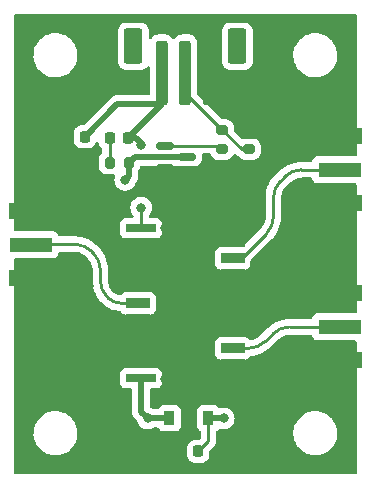
<source format=gbr>
%TF.GenerationSoftware,KiCad,Pcbnew,(6.0.0)*%
%TF.CreationDate,2022-01-16T13:33:15+00:00*%
%TF.ProjectId,Relay_RF,52656c61-795f-4524-962e-6b696361645f,rev?*%
%TF.SameCoordinates,Original*%
%TF.FileFunction,Copper,L1,Top*%
%TF.FilePolarity,Positive*%
%FSLAX46Y46*%
G04 Gerber Fmt 4.6, Leading zero omitted, Abs format (unit mm)*
G04 Created by KiCad (PCBNEW (6.0.0)) date 2022-01-16 13:33:15*
%MOMM*%
%LPD*%
G01*
G04 APERTURE LIST*
G04 Aperture macros list*
%AMRoundRect*
0 Rectangle with rounded corners*
0 $1 Rounding radius*
0 $2 $3 $4 $5 $6 $7 $8 $9 X,Y pos of 4 corners*
0 Add a 4 corners polygon primitive as box body*
4,1,4,$2,$3,$4,$5,$6,$7,$8,$9,$2,$3,0*
0 Add four circle primitives for the rounded corners*
1,1,$1+$1,$2,$3*
1,1,$1+$1,$4,$5*
1,1,$1+$1,$6,$7*
1,1,$1+$1,$8,$9*
0 Add four rect primitives between the rounded corners*
20,1,$1+$1,$2,$3,$4,$5,0*
20,1,$1+$1,$4,$5,$6,$7,0*
20,1,$1+$1,$6,$7,$8,$9,0*
20,1,$1+$1,$8,$9,$2,$3,0*%
G04 Aperture macros list end*
%TA.AperFunction,SMDPad,CuDef*%
%ADD10R,3.600000X1.270000*%
%TD*%
%TA.AperFunction,SMDPad,CuDef*%
%ADD11R,4.200000X1.350000*%
%TD*%
%TA.AperFunction,SMDPad,CuDef*%
%ADD12RoundRect,0.200000X0.200000X0.275000X-0.200000X0.275000X-0.200000X-0.275000X0.200000X-0.275000X0*%
%TD*%
%TA.AperFunction,SMDPad,CuDef*%
%ADD13R,2.500000X0.700000*%
%TD*%
%TA.AperFunction,SMDPad,CuDef*%
%ADD14R,2.000000X0.900000*%
%TD*%
%TA.AperFunction,SMDPad,CuDef*%
%ADD15R,2.000000X0.700000*%
%TD*%
%TA.AperFunction,SMDPad,CuDef*%
%ADD16RoundRect,0.200000X0.275000X-0.200000X0.275000X0.200000X-0.275000X0.200000X-0.275000X-0.200000X0*%
%TD*%
%TA.AperFunction,SMDPad,CuDef*%
%ADD17RoundRect,0.225000X0.225000X0.250000X-0.225000X0.250000X-0.225000X-0.250000X0.225000X-0.250000X0*%
%TD*%
%TA.AperFunction,SMDPad,CuDef*%
%ADD18RoundRect,0.200000X-0.275000X0.200000X-0.275000X-0.200000X0.275000X-0.200000X0.275000X0.200000X0*%
%TD*%
%TA.AperFunction,SMDPad,CuDef*%
%ADD19RoundRect,0.250000X-0.250000X-2.500000X0.250000X-2.500000X0.250000X2.500000X-0.250000X2.500000X0*%
%TD*%
%TA.AperFunction,SMDPad,CuDef*%
%ADD20RoundRect,0.250000X-0.550000X-1.250000X0.550000X-1.250000X0.550000X1.250000X-0.550000X1.250000X0*%
%TD*%
%TA.AperFunction,SMDPad,CuDef*%
%ADD21R,0.900000X1.200000*%
%TD*%
%TA.AperFunction,SMDPad,CuDef*%
%ADD22RoundRect,0.218750X-0.218750X-0.256250X0.218750X-0.256250X0.218750X0.256250X-0.218750X0.256250X0*%
%TD*%
%TA.AperFunction,SMDPad,CuDef*%
%ADD23RoundRect,0.150000X-0.587500X-0.150000X0.587500X-0.150000X0.587500X0.150000X-0.587500X0.150000X0*%
%TD*%
%TA.AperFunction,ViaPad*%
%ADD24C,0.800000*%
%TD*%
%TA.AperFunction,Conductor*%
%ADD25C,0.250000*%
%TD*%
%TA.AperFunction,Conductor*%
%ADD26C,0.293000*%
%TD*%
%TA.AperFunction,Conductor*%
%ADD27C,0.500000*%
%TD*%
G04 APERTURE END LIST*
D10*
%TO.P,J2,1,In*%
%TO.N,Net-(J2-Pad1)*%
X101950000Y-120050000D03*
D11*
%TO.P,J2,2,Ext*%
%TO.N,GND*%
X102150000Y-122875000D03*
X102150000Y-117225000D03*
%TD*%
D12*
%TO.P,R2,1*%
%TO.N,Net-(D1-Pad1)*%
X110225000Y-113100000D03*
%TO.P,R2,2*%
%TO.N,Net-(D2-Pad1)*%
X108575000Y-113100000D03*
%TD*%
D13*
%TO.P,K1,1*%
%TO.N,Net-(C1-Pad1)*%
X111250000Y-118650000D03*
D14*
%TO.P,K1,2,GND*%
%TO.N,GND*%
X111000000Y-119920000D03*
D15*
%TO.P,K1,5,GND*%
X111000000Y-123730000D03*
D14*
%TO.P,K1,6*%
%TO.N,Net-(J2-Pad1)*%
X111000000Y-125000000D03*
D15*
%TO.P,K1,7,GND*%
%TO.N,GND*%
X111000000Y-126270000D03*
D14*
%TO.P,K1,10,GND*%
X111000000Y-130080000D03*
D13*
%TO.P,K1,11*%
%TO.N,Net-(D1-Pad1)*%
X111250000Y-131350000D03*
%TO.P,K1,12,GND*%
%TO.N,GND*%
X118750000Y-131350000D03*
D15*
%TO.P,K1,13,GND*%
X119000000Y-130080000D03*
D14*
%TO.P,K1,14*%
%TO.N,Net-(J4-Pad1)*%
X119000000Y-128810000D03*
D15*
%TO.P,K1,15,GND*%
%TO.N,GND*%
X119000000Y-127540000D03*
D14*
%TO.P,K1,17,GND*%
X119000000Y-125000000D03*
D15*
%TO.P,K1,19,GND*%
X119000000Y-122460000D03*
D14*
%TO.P,K1,20*%
%TO.N,Net-(J3-Pad1)*%
X119000000Y-121190000D03*
D15*
%TO.P,K1,21,GND*%
%TO.N,GND*%
X119000000Y-119920000D03*
D13*
%TO.P,K1,22,GND*%
X118750000Y-118650000D03*
%TD*%
D16*
%TO.P,R1,1*%
%TO.N,Net-(J1-Pad2)*%
X120400000Y-111975000D03*
%TO.P,R1,2*%
%TO.N,GND*%
X120400000Y-110325000D03*
%TD*%
D17*
%TO.P,C2,1*%
%TO.N,Net-(C1-Pad1)*%
X116075000Y-137550000D03*
%TO.P,C2,2*%
%TO.N,GND*%
X114525000Y-137550000D03*
%TD*%
D18*
%TO.P,R3,1*%
%TO.N,Net-(J1-Pad2)*%
X118100000Y-110325000D03*
%TO.P,R3,2*%
%TO.N,Net-(Q1-Pad1)*%
X118100000Y-111975000D03*
%TD*%
D17*
%TO.P,C1,1*%
%TO.N,Net-(C1-Pad1)*%
X106500000Y-110900000D03*
%TO.P,C1,2*%
%TO.N,GND*%
X104950000Y-110900000D03*
%TD*%
D19*
%TO.P,J1,1,Pin_1*%
%TO.N,Net-(C1-Pad1)*%
X113000000Y-105500000D03*
%TO.P,J1,2,Pin_2*%
%TO.N,Net-(J1-Pad2)*%
X115000000Y-105500000D03*
%TO.P,J1,3,Pin_3*%
%TO.N,GND*%
X117000000Y-105500000D03*
D20*
%TO.P,J1,MP*%
%TO.N,N/C*%
X119400000Y-103250000D03*
X110600000Y-103250000D03*
%TD*%
D10*
%TO.P,J4,1,In*%
%TO.N,Net-(J4-Pad1)*%
X128050000Y-127000000D03*
D11*
%TO.P,J4,2,Ext*%
%TO.N,GND*%
X127850000Y-124175000D03*
X127850000Y-129825000D03*
%TD*%
D21*
%TO.P,D1,1,K*%
%TO.N,Net-(D1-Pad1)*%
X113650000Y-134750000D03*
%TO.P,D1,2,A*%
%TO.N,Net-(C1-Pad1)*%
X116950000Y-134750000D03*
%TD*%
D22*
%TO.P,D2,1,K*%
%TO.N,Net-(D2-Pad1)*%
X108575000Y-111000000D03*
%TO.P,D2,2,A*%
%TO.N,Net-(C1-Pad1)*%
X110150000Y-111000000D03*
%TD*%
D23*
%TO.P,Q1,1,B*%
%TO.N,Net-(Q1-Pad1)*%
X113262500Y-111650000D03*
%TO.P,Q1,2,E*%
%TO.N,GND*%
X113262500Y-113550000D03*
%TO.P,Q1,3,C*%
%TO.N,Net-(D1-Pad1)*%
X115137500Y-112600000D03*
%TD*%
D10*
%TO.P,J3,1,In*%
%TO.N,Net-(J3-Pad1)*%
X128050000Y-113700000D03*
D11*
%TO.P,J3,2,Ext*%
%TO.N,GND*%
X127850000Y-110875000D03*
X127850000Y-116525000D03*
%TD*%
D24*
%TO.N,GND*%
X123650000Y-117750000D03*
X127400000Y-109100000D03*
X119000000Y-126350000D03*
X101100000Y-124800000D03*
X116500000Y-118650000D03*
X124450000Y-112350000D03*
X120800000Y-122400000D03*
X124700000Y-125800000D03*
X116500000Y-120250000D03*
X104150000Y-124850000D03*
X113300000Y-128250000D03*
X113300000Y-131450000D03*
X116500000Y-123450000D03*
X107100000Y-119100000D03*
X116500000Y-129850000D03*
X128850000Y-131750000D03*
X116500000Y-125050000D03*
X104200000Y-115500000D03*
X106800000Y-123550000D03*
X128850000Y-122400000D03*
X127450000Y-131700000D03*
X123150000Y-113000000D03*
X106000000Y-121300000D03*
X113300000Y-123450000D03*
X116500000Y-121850000D03*
X113300000Y-129850000D03*
X108800000Y-120950000D03*
X122300000Y-129400000D03*
X122100000Y-113900000D03*
X123350000Y-119100000D03*
X104850000Y-118750000D03*
X114900000Y-123450000D03*
X104850000Y-117200000D03*
X114900000Y-121850000D03*
X123150000Y-128450000D03*
X113300000Y-125050000D03*
X127400000Y-118400000D03*
X116500000Y-126650000D03*
X114900000Y-118650000D03*
X121350000Y-115250000D03*
X125900000Y-122400000D03*
X116500000Y-131450000D03*
X114900000Y-120250000D03*
X113300000Y-121850000D03*
X114900000Y-125050000D03*
X102600000Y-124850000D03*
X122150000Y-126300000D03*
X124450000Y-110450000D03*
X114900000Y-131450000D03*
X107200000Y-124800000D03*
X102650000Y-115500000D03*
X124750000Y-124250000D03*
X128850000Y-109100000D03*
X124750000Y-129950000D03*
X109050000Y-122250000D03*
X121000000Y-127350000D03*
X125900000Y-131750000D03*
X128850000Y-118350000D03*
X123650000Y-116250000D03*
X106650000Y-122250000D03*
X125900000Y-109100000D03*
X108000000Y-125700000D03*
X123400000Y-125850000D03*
X113300000Y-126650000D03*
X127450000Y-122400000D03*
X109200000Y-126200000D03*
X108050000Y-119850000D03*
X114900000Y-129850000D03*
X124750000Y-128250000D03*
X101050000Y-115500000D03*
X118900000Y-107000000D03*
X113300000Y-120250000D03*
X121600000Y-121200000D03*
X114900000Y-126650000D03*
X121300000Y-116700000D03*
X113300000Y-118650000D03*
X120950000Y-130000000D03*
X116500000Y-128250000D03*
X109150000Y-123550000D03*
X119000000Y-123600000D03*
X104850000Y-121250000D03*
X114900000Y-128250000D03*
X122600000Y-120250000D03*
X121000000Y-118300000D03*
X106050000Y-118800000D03*
X124500000Y-115200000D03*
X104850000Y-122750000D03*
X125900000Y-118400000D03*
%TO.N,Net-(C1-Pad1)*%
X111250000Y-116900000D03*
X118250000Y-134750000D03*
X111250000Y-111600000D03*
%TO.N,Net-(D1-Pad1)*%
X111800000Y-134750000D03*
X109900000Y-114550000D03*
%TD*%
D25*
%TO.N,Net-(J1-Pad2)*%
X118100000Y-110325000D02*
X119750000Y-111975000D01*
X119750000Y-111975000D02*
X120400000Y-111975000D01*
X115000000Y-105500000D02*
X115000000Y-107225000D01*
X115000000Y-107225000D02*
X118100000Y-110325000D01*
D26*
%TO.N,Net-(J2-Pad1)*%
X107035787Y-120585787D02*
X107214214Y-120764214D01*
X107800000Y-122178427D02*
X107800000Y-123071573D01*
X102700000Y-120000000D02*
X105621573Y-120000000D01*
X108385787Y-124485787D02*
X108460660Y-124560660D01*
X109521320Y-125000000D02*
X111000000Y-125000000D01*
X107799999Y-122178427D02*
G75*
G03*
X107214213Y-120764215I-1999999J0D01*
G01*
X109521320Y-124999999D02*
G75*
G02*
X108460661Y-124560659I1J1500001D01*
G01*
X107800001Y-123071573D02*
G75*
G03*
X108385788Y-124485786I1999999J0D01*
G01*
X107035787Y-120585787D02*
G75*
G03*
X105621573Y-120000000I-1414214J-1414213D01*
G01*
%TO.N,Net-(J3-Pad1)*%
X123414213Y-114285787D02*
X123035786Y-114664214D01*
X119000000Y-121190000D02*
X119772022Y-121190000D01*
X122450000Y-117683595D02*
X122450000Y-116078427D01*
X119772022Y-121190000D02*
X121864214Y-119097808D01*
X127287500Y-113700000D02*
X124828427Y-113700000D01*
X121864214Y-119097808D02*
G75*
G03*
X122450000Y-117683595I-1414214J1414213D01*
G01*
X123414213Y-114285787D02*
G75*
G02*
X124828427Y-113700000I1414214J-1414213D01*
G01*
X122450001Y-116078427D02*
G75*
G02*
X123035787Y-114664215I1999999J0D01*
G01*
%TO.N,Net-(J4-Pad1)*%
X123828427Y-127000000D02*
X127287500Y-127000000D01*
X119000000Y-128810000D02*
X120361573Y-128810000D01*
X121775787Y-128224213D02*
X122414214Y-127585786D01*
X120361573Y-128809999D02*
G75*
G03*
X121775786Y-128224212I0J1999999D01*
G01*
X123828427Y-127000001D02*
G75*
G03*
X122414215Y-127585787I0J-1999999D01*
G01*
D25*
%TO.N,Net-(D2-Pad1)*%
X108575000Y-113100000D02*
X108575000Y-111000000D01*
%TO.N,Net-(Q1-Pad1)*%
X113262500Y-111650000D02*
X117775000Y-111650000D01*
X117775000Y-111650000D02*
X118100000Y-111975000D01*
D27*
%TO.N,Net-(C1-Pad1)*%
X109250000Y-108150000D02*
X113000000Y-108150000D01*
X106500000Y-110900000D02*
X109250000Y-108150000D01*
D25*
X111250000Y-118650000D02*
X111250000Y-116900000D01*
D27*
X110800000Y-111000000D02*
X111250000Y-111450000D01*
X111250000Y-111450000D02*
X111250000Y-111600000D01*
D25*
X116950000Y-136675000D02*
X116950000Y-134750000D01*
D27*
X116950000Y-134750000D02*
X118250000Y-134750000D01*
D25*
X116075000Y-137550000D02*
X116950000Y-136675000D01*
D27*
X110150000Y-111000000D02*
X113000000Y-108150000D01*
X113000000Y-108150000D02*
X113000000Y-105500000D01*
X110150000Y-111000000D02*
X110800000Y-111000000D01*
%TO.N,Net-(D1-Pad1)*%
X110725000Y-112600000D02*
X110225000Y-113100000D01*
X111800000Y-134750000D02*
X111250000Y-134200000D01*
X111250000Y-134200000D02*
X111250000Y-131350000D01*
X111800000Y-134750000D02*
X113650000Y-134750000D01*
D25*
X110225000Y-114075000D02*
X110225000Y-114225000D01*
D27*
X115137500Y-112600000D02*
X110725000Y-112600000D01*
X110225000Y-113100000D02*
X110225000Y-114075000D01*
X110225000Y-114225000D02*
X109900000Y-114550000D01*
%TD*%
%TA.AperFunction,Conductor*%
%TO.N,GND*%
G36*
X129434121Y-100528002D02*
G01*
X129480614Y-100581658D01*
X129492000Y-100634000D01*
X129492000Y-112430500D01*
X129471998Y-112498621D01*
X129418342Y-112545114D01*
X129366000Y-112556500D01*
X126201866Y-112556500D01*
X126139684Y-112563255D01*
X126003295Y-112614385D01*
X125886739Y-112701739D01*
X125799385Y-112818295D01*
X125748255Y-112954684D01*
X125747295Y-112954324D01*
X125715606Y-113009793D01*
X125652651Y-113042613D01*
X125628241Y-113045000D01*
X124883952Y-113045000D01*
X124866199Y-113043743D01*
X124846329Y-113040915D01*
X124846325Y-113040915D01*
X124842245Y-113040334D01*
X124835747Y-113040266D01*
X124832560Y-113040232D01*
X124832554Y-113040232D01*
X124828427Y-113040189D01*
X124824322Y-113040686D01*
X124824319Y-113040686D01*
X124822773Y-113040873D01*
X124814700Y-113041588D01*
X124753943Y-113045000D01*
X124530693Y-113057537D01*
X124527208Y-113058129D01*
X124527209Y-113058129D01*
X124240173Y-113106898D01*
X124240166Y-113106900D01*
X124236703Y-113107488D01*
X123950154Y-113190042D01*
X123946900Y-113191390D01*
X123946891Y-113191393D01*
X123677918Y-113302805D01*
X123677913Y-113302808D01*
X123674650Y-113304159D01*
X123413656Y-113448406D01*
X123170453Y-113620968D01*
X123011621Y-113762908D01*
X123010623Y-113761791D01*
X123009140Y-113763693D01*
X123009569Y-113764122D01*
X123006249Y-113767442D01*
X123006132Y-113767552D01*
X123006107Y-113767584D01*
X123003965Y-113769726D01*
X123003237Y-113770291D01*
X123001114Y-113772298D01*
X122973337Y-113797121D01*
X122965030Y-113803931D01*
X122957529Y-113809562D01*
X122954585Y-113812445D01*
X122951587Y-113815381D01*
X122947656Y-113819230D01*
X122945114Y-113822471D01*
X122945112Y-113822474D01*
X122927624Y-113844777D01*
X122917566Y-113856124D01*
X122611896Y-114161794D01*
X122598454Y-114173459D01*
X122582407Y-114185507D01*
X122582402Y-114185511D01*
X122579102Y-114187989D01*
X122569229Y-114197657D01*
X122566686Y-114200901D01*
X122566681Y-114200906D01*
X122565707Y-114202149D01*
X122560505Y-114208363D01*
X122370967Y-114420455D01*
X122198406Y-114663657D01*
X122196693Y-114666756D01*
X122196692Y-114666758D01*
X122104277Y-114833971D01*
X122054160Y-114924652D01*
X121940042Y-115200155D01*
X121857489Y-115486704D01*
X121807538Y-115780693D01*
X121795595Y-115993363D01*
X121794097Y-115993279D01*
X121794394Y-115995681D01*
X121795000Y-115995681D01*
X121795000Y-116000423D01*
X121794996Y-116000549D01*
X121795000Y-116000581D01*
X121795000Y-116003604D01*
X121794886Y-116004508D01*
X121794802Y-116007489D01*
X121792200Y-116053816D01*
X121791579Y-116060437D01*
X121791658Y-116060633D01*
X121790225Y-116071518D01*
X121790875Y-116077408D01*
X121790818Y-116078427D01*
X121790988Y-116078427D01*
X121794054Y-116106197D01*
X121794239Y-116107874D01*
X121795000Y-116121701D01*
X121795000Y-117632158D01*
X121793922Y-117648604D01*
X121791698Y-117665500D01*
X121790225Y-117676686D01*
X121791058Y-117684232D01*
X121791058Y-117684240D01*
X121792289Y-117695389D01*
X121792780Y-117717453D01*
X121784033Y-117850911D01*
X121781882Y-117867251D01*
X121750781Y-118023608D01*
X121746516Y-118039525D01*
X121720894Y-118115005D01*
X121695273Y-118190482D01*
X121688966Y-118205709D01*
X121618457Y-118348687D01*
X121610216Y-118362961D01*
X121521647Y-118495514D01*
X121511614Y-118508589D01*
X121428290Y-118603602D01*
X121410266Y-118620484D01*
X121402568Y-118626391D01*
X121397822Y-118632315D01*
X121397819Y-118632318D01*
X121379693Y-118654944D01*
X121370453Y-118665259D01*
X119841117Y-120194595D01*
X119778805Y-120228621D01*
X119752022Y-120231500D01*
X117951866Y-120231500D01*
X117889684Y-120238255D01*
X117753295Y-120289385D01*
X117636739Y-120376739D01*
X117549385Y-120493295D01*
X117498255Y-120629684D01*
X117491500Y-120691866D01*
X117491500Y-121688134D01*
X117498255Y-121750316D01*
X117549385Y-121886705D01*
X117636739Y-122003261D01*
X117753295Y-122090615D01*
X117889684Y-122141745D01*
X117951866Y-122148500D01*
X120048134Y-122148500D01*
X120110316Y-122141745D01*
X120246705Y-122090615D01*
X120363261Y-122003261D01*
X120450615Y-121886705D01*
X120501745Y-121750316D01*
X120508500Y-121688134D01*
X120508500Y-121432022D01*
X120528502Y-121363901D01*
X120545405Y-121342927D01*
X122288104Y-119600228D01*
X122301546Y-119588563D01*
X122317593Y-119576515D01*
X122317598Y-119576511D01*
X122320898Y-119574033D01*
X122330771Y-119564365D01*
X122333310Y-119561127D01*
X122333318Y-119561118D01*
X122334301Y-119559864D01*
X122339499Y-119553658D01*
X122469253Y-119408462D01*
X122529033Y-119341568D01*
X122701595Y-119098365D01*
X122845841Y-118837371D01*
X122959959Y-118561867D01*
X123042512Y-118275319D01*
X123092463Y-117981329D01*
X123104406Y-117768655D01*
X123105905Y-117768739D01*
X123105608Y-117766341D01*
X123105000Y-117766341D01*
X123105000Y-117761613D01*
X123105004Y-117761467D01*
X123105000Y-117761435D01*
X123105000Y-117758409D01*
X123105115Y-117757498D01*
X123105198Y-117754548D01*
X123107285Y-117717387D01*
X123108344Y-117706697D01*
X123109084Y-117701501D01*
X123109666Y-117697413D01*
X123109811Y-117683595D01*
X123105913Y-117651383D01*
X123105000Y-117636247D01*
X123105000Y-116133952D01*
X123106257Y-116116199D01*
X123109085Y-116096329D01*
X123109085Y-116096325D01*
X123109666Y-116092245D01*
X123109811Y-116078427D01*
X123108102Y-116064304D01*
X123107459Y-116040926D01*
X123115968Y-115911111D01*
X123118119Y-115894771D01*
X123149220Y-115738414D01*
X123153486Y-115722494D01*
X123204727Y-115571543D01*
X123211034Y-115556315D01*
X123281548Y-115413328D01*
X123289784Y-115399064D01*
X123378354Y-115266508D01*
X123388380Y-115253441D01*
X123471717Y-115158414D01*
X123489740Y-115141533D01*
X123491406Y-115140255D01*
X123497432Y-115135631D01*
X123520300Y-115107087D01*
X123529538Y-115096772D01*
X123840993Y-114785316D01*
X123853385Y-114774449D01*
X123869831Y-114761830D01*
X123869834Y-114761827D01*
X123875859Y-114757204D01*
X123887626Y-114742516D01*
X123902880Y-114726568D01*
X124003433Y-114638386D01*
X124016508Y-114628353D01*
X124149061Y-114539784D01*
X124163335Y-114531543D01*
X124306313Y-114461034D01*
X124321539Y-114454727D01*
X124472500Y-114403483D01*
X124488410Y-114399220D01*
X124610162Y-114375002D01*
X124644771Y-114368118D01*
X124661110Y-114365967D01*
X124787212Y-114357701D01*
X124811902Y-114358509D01*
X124813987Y-114358784D01*
X124813992Y-114358784D01*
X124821518Y-114359775D01*
X124857876Y-114355761D01*
X124871703Y-114355000D01*
X125628241Y-114355000D01*
X125696362Y-114375002D01*
X125742855Y-114428658D01*
X125748106Y-114443941D01*
X125748255Y-114445316D01*
X125751029Y-114452715D01*
X125751029Y-114452716D01*
X125785038Y-114543435D01*
X125799385Y-114581705D01*
X125886739Y-114698261D01*
X126003295Y-114785615D01*
X126139684Y-114836745D01*
X126201866Y-114843500D01*
X129366000Y-114843500D01*
X129434121Y-114863502D01*
X129480614Y-114917158D01*
X129492000Y-114969500D01*
X129492000Y-125730500D01*
X129471998Y-125798621D01*
X129418342Y-125845114D01*
X129366000Y-125856500D01*
X126201866Y-125856500D01*
X126139684Y-125863255D01*
X126003295Y-125914385D01*
X125886739Y-126001739D01*
X125799385Y-126118295D01*
X125748255Y-126254684D01*
X125747295Y-126254324D01*
X125715606Y-126309793D01*
X125652651Y-126342613D01*
X125628241Y-126345000D01*
X123883952Y-126345000D01*
X123866199Y-126343743D01*
X123846329Y-126340915D01*
X123846325Y-126340915D01*
X123842245Y-126340334D01*
X123835708Y-126340265D01*
X123832559Y-126340232D01*
X123832554Y-126340232D01*
X123828427Y-126340189D01*
X123823781Y-126340751D01*
X123822749Y-126340876D01*
X123814680Y-126341590D01*
X123623289Y-126352338D01*
X123530693Y-126357538D01*
X123236704Y-126407489D01*
X122950155Y-126490042D01*
X122674652Y-126604160D01*
X122413657Y-126748406D01*
X122170455Y-126920967D01*
X122011628Y-127062904D01*
X122010624Y-127061781D01*
X122009137Y-127063689D01*
X122009569Y-127064121D01*
X122006230Y-127067460D01*
X122006105Y-127067578D01*
X122006080Y-127067610D01*
X122003957Y-127069733D01*
X122003231Y-127070296D01*
X122001095Y-127072316D01*
X121973345Y-127097115D01*
X121965041Y-127103922D01*
X121957531Y-127109561D01*
X121947657Y-127119229D01*
X121945116Y-127122470D01*
X121927627Y-127144774D01*
X121917568Y-127156122D01*
X121349006Y-127724684D01*
X121336615Y-127735551D01*
X121320169Y-127748170D01*
X121320166Y-127748172D01*
X121314141Y-127752796D01*
X121302377Y-127767480D01*
X121287123Y-127783428D01*
X121186567Y-127871613D01*
X121173492Y-127881646D01*
X121040939Y-127970215D01*
X121026665Y-127978456D01*
X120883687Y-128048965D01*
X120868463Y-128055271D01*
X120717500Y-128106516D01*
X120701590Y-128110779D01*
X120646672Y-128121703D01*
X120559356Y-128139071D01*
X120488642Y-128132743D01*
X120433949Y-128091057D01*
X120368643Y-128003920D01*
X120368642Y-128003919D01*
X120363261Y-127996739D01*
X120246705Y-127909385D01*
X120110316Y-127858255D01*
X120048134Y-127851500D01*
X117951866Y-127851500D01*
X117889684Y-127858255D01*
X117753295Y-127909385D01*
X117636739Y-127996739D01*
X117549385Y-128113295D01*
X117498255Y-128249684D01*
X117491500Y-128311866D01*
X117491500Y-129308134D01*
X117498255Y-129370316D01*
X117549385Y-129506705D01*
X117636739Y-129623261D01*
X117753295Y-129710615D01*
X117889684Y-129761745D01*
X117951866Y-129768500D01*
X120048134Y-129768500D01*
X120110316Y-129761745D01*
X120246705Y-129710615D01*
X120363261Y-129623261D01*
X120368643Y-129616080D01*
X120448700Y-129509261D01*
X120505560Y-129466746D01*
X120542461Y-129459024D01*
X120614860Y-129454958D01*
X120659307Y-129452462D01*
X120689615Y-129447312D01*
X120949827Y-129403101D01*
X120949834Y-129403099D01*
X120953297Y-129402511D01*
X121239846Y-129319957D01*
X121243100Y-129318609D01*
X121243109Y-129318606D01*
X121512081Y-129207194D01*
X121512086Y-129207191D01*
X121515349Y-129205840D01*
X121776344Y-129061593D01*
X122019546Y-128889032D01*
X122178372Y-128747096D01*
X122179373Y-128748216D01*
X122180861Y-128746307D01*
X122180432Y-128745878D01*
X122183776Y-128742534D01*
X122183873Y-128742442D01*
X122183891Y-128742419D01*
X122186041Y-128740269D01*
X122186767Y-128739706D01*
X122188911Y-128737678D01*
X122216652Y-128712887D01*
X122224961Y-128706077D01*
X122229162Y-128702923D01*
X122229167Y-128702919D01*
X122232471Y-128700438D01*
X122242344Y-128690770D01*
X122262374Y-128665225D01*
X122272433Y-128653877D01*
X122840992Y-128085318D01*
X122853384Y-128074450D01*
X122869832Y-128061829D01*
X122869835Y-128061826D01*
X122875860Y-128057203D01*
X122887624Y-128042519D01*
X122902873Y-128026575D01*
X123003447Y-127938374D01*
X123016500Y-127928359D01*
X123149064Y-127839784D01*
X123163328Y-127831548D01*
X123306315Y-127761034D01*
X123321543Y-127754727D01*
X123410047Y-127724684D01*
X123472497Y-127703485D01*
X123488411Y-127699221D01*
X123610167Y-127675002D01*
X123644771Y-127668119D01*
X123661111Y-127665968D01*
X123787220Y-127657702D01*
X123811905Y-127658510D01*
X123813983Y-127658784D01*
X123813992Y-127658784D01*
X123821518Y-127659775D01*
X123857876Y-127655761D01*
X123871703Y-127655000D01*
X125628241Y-127655000D01*
X125696362Y-127675002D01*
X125742855Y-127728658D01*
X125748106Y-127743941D01*
X125748255Y-127745316D01*
X125751029Y-127752715D01*
X125751029Y-127752716D01*
X125780582Y-127831548D01*
X125799385Y-127881705D01*
X125886739Y-127998261D01*
X126003295Y-128085615D01*
X126139684Y-128136745D01*
X126201866Y-128143500D01*
X129366000Y-128143500D01*
X129434121Y-128163502D01*
X129480614Y-128217158D01*
X129492000Y-128269500D01*
X129492000Y-139366000D01*
X129471998Y-139434121D01*
X129418342Y-139480614D01*
X129366000Y-139492000D01*
X100634000Y-139492000D01*
X100565879Y-139471998D01*
X100519386Y-139418342D01*
X100508000Y-139366000D01*
X100508000Y-136042277D01*
X102137009Y-136042277D01*
X102162625Y-136310769D01*
X102163710Y-136315203D01*
X102163711Y-136315209D01*
X102216171Y-136529595D01*
X102226731Y-136572750D01*
X102327985Y-136822733D01*
X102464265Y-137055482D01*
X102562767Y-137178652D01*
X102584686Y-137206060D01*
X102632716Y-137266119D01*
X102829809Y-137450234D01*
X103051416Y-137603968D01*
X103055499Y-137605999D01*
X103055502Y-137606001D01*
X103171013Y-137663466D01*
X103292894Y-137724101D01*
X103297228Y-137725522D01*
X103297231Y-137725523D01*
X103544853Y-137806698D01*
X103544859Y-137806699D01*
X103549186Y-137808118D01*
X103553677Y-137808898D01*
X103553678Y-137808898D01*
X103811140Y-137853601D01*
X103811148Y-137853602D01*
X103814921Y-137854257D01*
X103818758Y-137854448D01*
X103898578Y-137858422D01*
X103898586Y-137858422D01*
X103900149Y-137858500D01*
X104068512Y-137858500D01*
X104070780Y-137858335D01*
X104070792Y-137858335D01*
X104203138Y-137848732D01*
X115116500Y-137848732D01*
X115127113Y-137951019D01*
X115129295Y-137957559D01*
X115178537Y-138105153D01*
X115181244Y-138113268D01*
X115271248Y-138258713D01*
X115392298Y-138379552D01*
X115537899Y-138469302D01*
X115700243Y-138523149D01*
X115707080Y-138523849D01*
X115707082Y-138523850D01*
X115748401Y-138528083D01*
X115801268Y-138533500D01*
X116348732Y-138533500D01*
X116351978Y-138533163D01*
X116351982Y-138533163D01*
X116386083Y-138529625D01*
X116451019Y-138522887D01*
X116604726Y-138471606D01*
X116606324Y-138471073D01*
X116606326Y-138471072D01*
X116613268Y-138468756D01*
X116758713Y-138378752D01*
X116879552Y-138257702D01*
X116883393Y-138251471D01*
X116965462Y-138118331D01*
X116965463Y-138118329D01*
X116969302Y-138112101D01*
X117023149Y-137949757D01*
X117033500Y-137848732D01*
X117033500Y-137539595D01*
X117053502Y-137471474D01*
X117070405Y-137450500D01*
X117342253Y-137178652D01*
X117350539Y-137171112D01*
X117357018Y-137167000D01*
X117403644Y-137117348D01*
X117406398Y-137114507D01*
X117426135Y-137094770D01*
X117428615Y-137091573D01*
X117436320Y-137082551D01*
X117461159Y-137056100D01*
X117466586Y-137050321D01*
X117470405Y-137043375D01*
X117470407Y-137043372D01*
X117476348Y-137032566D01*
X117487199Y-137016047D01*
X117494758Y-137006301D01*
X117499614Y-137000041D01*
X117502759Y-136992772D01*
X117502762Y-136992768D01*
X117517174Y-136959463D01*
X117522391Y-136948813D01*
X117543695Y-136910060D01*
X117548733Y-136890437D01*
X117555137Y-136871734D01*
X117560033Y-136860420D01*
X117560033Y-136860419D01*
X117563181Y-136853145D01*
X117564420Y-136845322D01*
X117564423Y-136845312D01*
X117570099Y-136809476D01*
X117572505Y-136797856D01*
X117581528Y-136762711D01*
X117581528Y-136762710D01*
X117583500Y-136755030D01*
X117583500Y-136734776D01*
X117585051Y-136715065D01*
X117586980Y-136702886D01*
X117588220Y-136695057D01*
X117584059Y-136651038D01*
X117583500Y-136639181D01*
X117583500Y-136042277D01*
X124137009Y-136042277D01*
X124162625Y-136310769D01*
X124163710Y-136315203D01*
X124163711Y-136315209D01*
X124216171Y-136529595D01*
X124226731Y-136572750D01*
X124327985Y-136822733D01*
X124464265Y-137055482D01*
X124562767Y-137178652D01*
X124584686Y-137206060D01*
X124632716Y-137266119D01*
X124829809Y-137450234D01*
X125051416Y-137603968D01*
X125055499Y-137605999D01*
X125055502Y-137606001D01*
X125171013Y-137663466D01*
X125292894Y-137724101D01*
X125297228Y-137725522D01*
X125297231Y-137725523D01*
X125544853Y-137806698D01*
X125544859Y-137806699D01*
X125549186Y-137808118D01*
X125553677Y-137808898D01*
X125553678Y-137808898D01*
X125811140Y-137853601D01*
X125811148Y-137853602D01*
X125814921Y-137854257D01*
X125818758Y-137854448D01*
X125898578Y-137858422D01*
X125898586Y-137858422D01*
X125900149Y-137858500D01*
X126068512Y-137858500D01*
X126070780Y-137858335D01*
X126070792Y-137858335D01*
X126203138Y-137848732D01*
X126269004Y-137843953D01*
X126273459Y-137842969D01*
X126273462Y-137842969D01*
X126527912Y-137786791D01*
X126527916Y-137786790D01*
X126532372Y-137785806D01*
X126658480Y-137738028D01*
X126780318Y-137691868D01*
X126780321Y-137691867D01*
X126784588Y-137690250D01*
X127020368Y-137559286D01*
X127234773Y-137395657D01*
X127423312Y-137202792D01*
X127582034Y-136984730D01*
X127641484Y-136871734D01*
X127705490Y-136750079D01*
X127705493Y-136750073D01*
X127707615Y-136746039D01*
X127711593Y-136734776D01*
X127795902Y-136496033D01*
X127795902Y-136496032D01*
X127797425Y-136491720D01*
X127849581Y-136227100D01*
X127858782Y-136042277D01*
X127862764Y-135962292D01*
X127862764Y-135962286D01*
X127862991Y-135957723D01*
X127837375Y-135689231D01*
X127829856Y-135658500D01*
X127774355Y-135431688D01*
X127773269Y-135427250D01*
X127672015Y-135177267D01*
X127535735Y-134944518D01*
X127417928Y-134797208D01*
X127370136Y-134737447D01*
X127370135Y-134737445D01*
X127367284Y-134733881D01*
X127170191Y-134549766D01*
X126948584Y-134396032D01*
X126944501Y-134394001D01*
X126944498Y-134393999D01*
X126779606Y-134311967D01*
X126707106Y-134275899D01*
X126702772Y-134274478D01*
X126702769Y-134274477D01*
X126455147Y-134193302D01*
X126455141Y-134193301D01*
X126450814Y-134191882D01*
X126446322Y-134191102D01*
X126188860Y-134146399D01*
X126188852Y-134146398D01*
X126185079Y-134145743D01*
X126173817Y-134145182D01*
X126101422Y-134141578D01*
X126101414Y-134141578D01*
X126099851Y-134141500D01*
X125931488Y-134141500D01*
X125929220Y-134141665D01*
X125929208Y-134141665D01*
X125798116Y-134151177D01*
X125730996Y-134156047D01*
X125726541Y-134157031D01*
X125726538Y-134157031D01*
X125472088Y-134213209D01*
X125472084Y-134213210D01*
X125467628Y-134214194D01*
X125388183Y-134244293D01*
X125219682Y-134308132D01*
X125219679Y-134308133D01*
X125215412Y-134309750D01*
X124979632Y-134440714D01*
X124765227Y-134604343D01*
X124762034Y-134607609D01*
X124762032Y-134607611D01*
X124693703Y-134677508D01*
X124576688Y-134797208D01*
X124417966Y-135015270D01*
X124415844Y-135019304D01*
X124294510Y-135249921D01*
X124294507Y-135249927D01*
X124292385Y-135253961D01*
X124290865Y-135258266D01*
X124290863Y-135258270D01*
X124229248Y-135432749D01*
X124202575Y-135508280D01*
X124190222Y-135570957D01*
X124162174Y-135713261D01*
X124150419Y-135772900D01*
X124150192Y-135777453D01*
X124150192Y-135777456D01*
X124140991Y-135962292D01*
X124137009Y-136042277D01*
X117583500Y-136042277D01*
X117583500Y-135908433D01*
X117603502Y-135840312D01*
X117645678Y-135801000D01*
X117646705Y-135800615D01*
X117763261Y-135713261D01*
X117807231Y-135654593D01*
X117864089Y-135612078D01*
X117934907Y-135607052D01*
X117959304Y-135615051D01*
X117961677Y-135616108D01*
X117961685Y-135616111D01*
X117967712Y-135618794D01*
X118061112Y-135638647D01*
X118148056Y-135657128D01*
X118148061Y-135657128D01*
X118154513Y-135658500D01*
X118345487Y-135658500D01*
X118351939Y-135657128D01*
X118351944Y-135657128D01*
X118438888Y-135638647D01*
X118532288Y-135618794D01*
X118540695Y-135615051D01*
X118700722Y-135543803D01*
X118700724Y-135543802D01*
X118706752Y-135541118D01*
X118712097Y-135537235D01*
X118817966Y-135460316D01*
X118861253Y-135428866D01*
X118989040Y-135286944D01*
X119084527Y-135121556D01*
X119143542Y-134939928D01*
X119163504Y-134750000D01*
X119154498Y-134664310D01*
X119144232Y-134566635D01*
X119144232Y-134566633D01*
X119143542Y-134560072D01*
X119084527Y-134378444D01*
X119075357Y-134362560D01*
X119024626Y-134274692D01*
X118989040Y-134213056D01*
X118971254Y-134193302D01*
X118865675Y-134076045D01*
X118865674Y-134076044D01*
X118861253Y-134071134D01*
X118718527Y-133967437D01*
X118712094Y-133962763D01*
X118712093Y-133962762D01*
X118706752Y-133958882D01*
X118700724Y-133956198D01*
X118700722Y-133956197D01*
X118538319Y-133883891D01*
X118538318Y-133883891D01*
X118532288Y-133881206D01*
X118438888Y-133861353D01*
X118351944Y-133842872D01*
X118351939Y-133842872D01*
X118345487Y-133841500D01*
X118154513Y-133841500D01*
X118148061Y-133842872D01*
X118148056Y-133842872D01*
X118061112Y-133861353D01*
X117967712Y-133881206D01*
X117961685Y-133883889D01*
X117961677Y-133883892D01*
X117959304Y-133884949D01*
X117957808Y-133885150D01*
X117955400Y-133885932D01*
X117955257Y-133885492D01*
X117888937Y-133894383D01*
X117824640Y-133864276D01*
X117807230Y-133845407D01*
X117799922Y-133835655D01*
X117763261Y-133786739D01*
X117646705Y-133699385D01*
X117510316Y-133648255D01*
X117448134Y-133641500D01*
X116451866Y-133641500D01*
X116389684Y-133648255D01*
X116253295Y-133699385D01*
X116136739Y-133786739D01*
X116049385Y-133903295D01*
X115998255Y-134039684D01*
X115991500Y-134101866D01*
X115991500Y-135398134D01*
X115998255Y-135460316D01*
X116049385Y-135596705D01*
X116136739Y-135713261D01*
X116253295Y-135800615D01*
X116253951Y-135800861D01*
X116301157Y-135848175D01*
X116316500Y-135908433D01*
X116316500Y-136360406D01*
X116296498Y-136428527D01*
X116279595Y-136449501D01*
X116199501Y-136529595D01*
X116137189Y-136563621D01*
X116110406Y-136566500D01*
X115801268Y-136566500D01*
X115798022Y-136566837D01*
X115798018Y-136566837D01*
X115763917Y-136570375D01*
X115698981Y-136577113D01*
X115692440Y-136579295D01*
X115692441Y-136579295D01*
X115543676Y-136628927D01*
X115543674Y-136628928D01*
X115536732Y-136631244D01*
X115530508Y-136635096D01*
X115530507Y-136635096D01*
X115433611Y-136695057D01*
X115391287Y-136721248D01*
X115270448Y-136842298D01*
X115180698Y-136987899D01*
X115126851Y-137150243D01*
X115116500Y-137251268D01*
X115116500Y-137848732D01*
X104203138Y-137848732D01*
X104269004Y-137843953D01*
X104273459Y-137842969D01*
X104273462Y-137842969D01*
X104527912Y-137786791D01*
X104527916Y-137786790D01*
X104532372Y-137785806D01*
X104658480Y-137738028D01*
X104780318Y-137691868D01*
X104780321Y-137691867D01*
X104784588Y-137690250D01*
X105020368Y-137559286D01*
X105234773Y-137395657D01*
X105423312Y-137202792D01*
X105582034Y-136984730D01*
X105641484Y-136871734D01*
X105705490Y-136750079D01*
X105705493Y-136750073D01*
X105707615Y-136746039D01*
X105711593Y-136734776D01*
X105795902Y-136496033D01*
X105795902Y-136496032D01*
X105797425Y-136491720D01*
X105849581Y-136227100D01*
X105858782Y-136042277D01*
X105862764Y-135962292D01*
X105862764Y-135962286D01*
X105862991Y-135957723D01*
X105837375Y-135689231D01*
X105829856Y-135658500D01*
X105774355Y-135431688D01*
X105773269Y-135427250D01*
X105672015Y-135177267D01*
X105535735Y-134944518D01*
X105417928Y-134797208D01*
X105370136Y-134737447D01*
X105370135Y-134737445D01*
X105367284Y-134733881D01*
X105170191Y-134549766D01*
X104948584Y-134396032D01*
X104944501Y-134394001D01*
X104944498Y-134393999D01*
X104779606Y-134311967D01*
X104707106Y-134275899D01*
X104702772Y-134274478D01*
X104702769Y-134274477D01*
X104455147Y-134193302D01*
X104455141Y-134193301D01*
X104450814Y-134191882D01*
X104446322Y-134191102D01*
X104188860Y-134146399D01*
X104188852Y-134146398D01*
X104185079Y-134145743D01*
X104173817Y-134145182D01*
X104101422Y-134141578D01*
X104101414Y-134141578D01*
X104099851Y-134141500D01*
X103931488Y-134141500D01*
X103929220Y-134141665D01*
X103929208Y-134141665D01*
X103798116Y-134151177D01*
X103730996Y-134156047D01*
X103726541Y-134157031D01*
X103726538Y-134157031D01*
X103472088Y-134213209D01*
X103472084Y-134213210D01*
X103467628Y-134214194D01*
X103388183Y-134244293D01*
X103219682Y-134308132D01*
X103219679Y-134308133D01*
X103215412Y-134309750D01*
X102979632Y-134440714D01*
X102765227Y-134604343D01*
X102762034Y-134607609D01*
X102762032Y-134607611D01*
X102693703Y-134677508D01*
X102576688Y-134797208D01*
X102417966Y-135015270D01*
X102415844Y-135019304D01*
X102294510Y-135249921D01*
X102294507Y-135249927D01*
X102292385Y-135253961D01*
X102290865Y-135258266D01*
X102290863Y-135258270D01*
X102229248Y-135432749D01*
X102202575Y-135508280D01*
X102190222Y-135570957D01*
X102162174Y-135713261D01*
X102150419Y-135772900D01*
X102150192Y-135777453D01*
X102150192Y-135777456D01*
X102140991Y-135962292D01*
X102137009Y-136042277D01*
X100508000Y-136042277D01*
X100508000Y-131748134D01*
X109491500Y-131748134D01*
X109498255Y-131810316D01*
X109549385Y-131946705D01*
X109636739Y-132063261D01*
X109753295Y-132150615D01*
X109889684Y-132201745D01*
X109951866Y-132208500D01*
X110365500Y-132208500D01*
X110433621Y-132228502D01*
X110480114Y-132282158D01*
X110491500Y-132334500D01*
X110491500Y-134132930D01*
X110490067Y-134151880D01*
X110486801Y-134173349D01*
X110487394Y-134180641D01*
X110487394Y-134180644D01*
X110491085Y-134226018D01*
X110491500Y-134236233D01*
X110491500Y-134244293D01*
X110491925Y-134247937D01*
X110494789Y-134272507D01*
X110495222Y-134276882D01*
X110497896Y-134309750D01*
X110501140Y-134349637D01*
X110503396Y-134356601D01*
X110504587Y-134362560D01*
X110505971Y-134368415D01*
X110506818Y-134375681D01*
X110531735Y-134444327D01*
X110533152Y-134448455D01*
X110555649Y-134517899D01*
X110559445Y-134524154D01*
X110561951Y-134529628D01*
X110564670Y-134535058D01*
X110567167Y-134541937D01*
X110571180Y-134548057D01*
X110571180Y-134548058D01*
X110607186Y-134602976D01*
X110609523Y-134606680D01*
X110647405Y-134669107D01*
X110651121Y-134673315D01*
X110651122Y-134673316D01*
X110654803Y-134677484D01*
X110654776Y-134677508D01*
X110657429Y-134680500D01*
X110660132Y-134683733D01*
X110664144Y-134689852D01*
X110669456Y-134694884D01*
X110720383Y-134743128D01*
X110722825Y-134745506D01*
X110879875Y-134902556D01*
X110910613Y-134952714D01*
X110965473Y-135121556D01*
X111060960Y-135286944D01*
X111188747Y-135428866D01*
X111232034Y-135460316D01*
X111337904Y-135537235D01*
X111343248Y-135541118D01*
X111349276Y-135543802D01*
X111349278Y-135543803D01*
X111509305Y-135615051D01*
X111517712Y-135618794D01*
X111611112Y-135638647D01*
X111698056Y-135657128D01*
X111698061Y-135657128D01*
X111704513Y-135658500D01*
X111895487Y-135658500D01*
X111901939Y-135657128D01*
X111901944Y-135657128D01*
X111988888Y-135638647D01*
X112082288Y-135618794D01*
X112090695Y-135615051D01*
X112250722Y-135543803D01*
X112250724Y-135543802D01*
X112256752Y-135541118D01*
X112262091Y-135537239D01*
X112262098Y-135537235D01*
X112268528Y-135532563D01*
X112342587Y-135508500D01*
X112628991Y-135508500D01*
X112697112Y-135528502D01*
X112743605Y-135582158D01*
X112745903Y-135587694D01*
X112746232Y-135588296D01*
X112749385Y-135596705D01*
X112836739Y-135713261D01*
X112953295Y-135800615D01*
X113089684Y-135851745D01*
X113151866Y-135858500D01*
X114148134Y-135858500D01*
X114210316Y-135851745D01*
X114346705Y-135800615D01*
X114463261Y-135713261D01*
X114550615Y-135596705D01*
X114601745Y-135460316D01*
X114608500Y-135398134D01*
X114608500Y-134101866D01*
X114601745Y-134039684D01*
X114550615Y-133903295D01*
X114463261Y-133786739D01*
X114346705Y-133699385D01*
X114210316Y-133648255D01*
X114148134Y-133641500D01*
X113151866Y-133641500D01*
X113089684Y-133648255D01*
X112953295Y-133699385D01*
X112836739Y-133786739D01*
X112749385Y-133903295D01*
X112746233Y-133911703D01*
X112741923Y-133919575D01*
X112740259Y-133918664D01*
X112704337Y-133966490D01*
X112637776Y-133991193D01*
X112628991Y-133991500D01*
X112342587Y-133991500D01*
X112268528Y-133967437D01*
X112262098Y-133962765D01*
X112262091Y-133962761D01*
X112256752Y-133958882D01*
X112250726Y-133956199D01*
X112250719Y-133956195D01*
X112083252Y-133881635D01*
X112029156Y-133835655D01*
X112008500Y-133766528D01*
X112008500Y-132334500D01*
X112028502Y-132266379D01*
X112082158Y-132219886D01*
X112134500Y-132208500D01*
X112548134Y-132208500D01*
X112610316Y-132201745D01*
X112746705Y-132150615D01*
X112863261Y-132063261D01*
X112950615Y-131946705D01*
X113001745Y-131810316D01*
X113008500Y-131748134D01*
X113008500Y-130951866D01*
X113001745Y-130889684D01*
X112950615Y-130753295D01*
X112863261Y-130636739D01*
X112746705Y-130549385D01*
X112610316Y-130498255D01*
X112548134Y-130491500D01*
X109951866Y-130491500D01*
X109889684Y-130498255D01*
X109753295Y-130549385D01*
X109636739Y-130636739D01*
X109549385Y-130753295D01*
X109498255Y-130889684D01*
X109491500Y-130951866D01*
X109491500Y-131748134D01*
X100508000Y-131748134D01*
X100508000Y-121319500D01*
X100528002Y-121251379D01*
X100581658Y-121204886D01*
X100634000Y-121193500D01*
X103798134Y-121193500D01*
X103860316Y-121186745D01*
X103996705Y-121135615D01*
X104113261Y-121048261D01*
X104200615Y-120931705D01*
X104251745Y-120795316D01*
X104252598Y-120787464D01*
X104252599Y-120787460D01*
X104254778Y-120767394D01*
X104282019Y-120701832D01*
X104340381Y-120661405D01*
X104380041Y-120655000D01*
X105570136Y-120655000D01*
X105586582Y-120656078D01*
X105607133Y-120658784D01*
X105607137Y-120658784D01*
X105614664Y-120659775D01*
X105622210Y-120658942D01*
X105622218Y-120658942D01*
X105633367Y-120657711D01*
X105655431Y-120657220D01*
X105788889Y-120665967D01*
X105805229Y-120668118D01*
X105883408Y-120683668D01*
X105961590Y-120699220D01*
X105977500Y-120703483D01*
X106128461Y-120754727D01*
X106143687Y-120761034D01*
X106286665Y-120831543D01*
X106300939Y-120839784D01*
X106433487Y-120928350D01*
X106446562Y-120938383D01*
X106541583Y-121021714D01*
X106558467Y-121039740D01*
X106564370Y-121047433D01*
X106592411Y-121069898D01*
X106592919Y-121070305D01*
X106603234Y-121079544D01*
X106714682Y-121190992D01*
X106725550Y-121203384D01*
X106738171Y-121219832D01*
X106738174Y-121219835D01*
X106742797Y-121225860D01*
X106757481Y-121237624D01*
X106773425Y-121252873D01*
X106861626Y-121353447D01*
X106871641Y-121366500D01*
X106960216Y-121499064D01*
X106968452Y-121513328D01*
X107038966Y-121656315D01*
X107045273Y-121671543D01*
X107096514Y-121822494D01*
X107100779Y-121838411D01*
X107111815Y-121893891D01*
X107131881Y-121994771D01*
X107134032Y-122011111D01*
X107142298Y-122137220D01*
X107141490Y-122161905D01*
X107141216Y-122163983D01*
X107141216Y-122163992D01*
X107140225Y-122171518D01*
X107142964Y-122196329D01*
X107144239Y-122207876D01*
X107145000Y-122221703D01*
X107145000Y-123016048D01*
X107143743Y-123033801D01*
X107142559Y-123042124D01*
X107140334Y-123057755D01*
X107140189Y-123071573D01*
X107140686Y-123075677D01*
X107140876Y-123077251D01*
X107141590Y-123085320D01*
X107141746Y-123088095D01*
X107157538Y-123369307D01*
X107158130Y-123372791D01*
X107195662Y-123593687D01*
X107207489Y-123663297D01*
X107290043Y-123949846D01*
X107291391Y-123953100D01*
X107291394Y-123953109D01*
X107391141Y-124193919D01*
X107404160Y-124225349D01*
X107548407Y-124486344D01*
X107720968Y-124729546D01*
X107723313Y-124732170D01*
X107862904Y-124888372D01*
X107861784Y-124889373D01*
X107863693Y-124890861D01*
X107864122Y-124890432D01*
X107867466Y-124893776D01*
X107867558Y-124893873D01*
X107867581Y-124893891D01*
X107869731Y-124896041D01*
X107870294Y-124896767D01*
X107872322Y-124898911D01*
X107897113Y-124926652D01*
X107903923Y-124934961D01*
X107907077Y-124939162D01*
X107907081Y-124939167D01*
X107909562Y-124942471D01*
X107919230Y-124952344D01*
X107922473Y-124954886D01*
X107922472Y-124954886D01*
X107944775Y-124972374D01*
X107956123Y-124982433D01*
X107958240Y-124984550D01*
X107969905Y-124997992D01*
X107981953Y-125014039D01*
X107981957Y-125014044D01*
X107984435Y-125017344D01*
X107994103Y-125027217D01*
X108006243Y-125036736D01*
X108008219Y-125038285D01*
X108014434Y-125043489D01*
X108175583Y-125187501D01*
X108372985Y-125327565D01*
X108376084Y-125329278D01*
X108376086Y-125329279D01*
X108581737Y-125442938D01*
X108581742Y-125442940D01*
X108584828Y-125444646D01*
X108808447Y-125537273D01*
X109041032Y-125604279D01*
X109106256Y-125615361D01*
X109276170Y-125644231D01*
X109276175Y-125644232D01*
X109279656Y-125644823D01*
X109339308Y-125648173D01*
X109430634Y-125653303D01*
X109432695Y-125653491D01*
X109438574Y-125655000D01*
X109455102Y-125655000D01*
X109523223Y-125675002D01*
X109555927Y-125705434D01*
X109636739Y-125813261D01*
X109753295Y-125900615D01*
X109889684Y-125951745D01*
X109951866Y-125958500D01*
X112048134Y-125958500D01*
X112110316Y-125951745D01*
X112246705Y-125900615D01*
X112363261Y-125813261D01*
X112450615Y-125696705D01*
X112501745Y-125560316D01*
X112508500Y-125498134D01*
X112508500Y-124501866D01*
X112501745Y-124439684D01*
X112450615Y-124303295D01*
X112363261Y-124186739D01*
X112246705Y-124099385D01*
X112110316Y-124048255D01*
X112048134Y-124041500D01*
X109951866Y-124041500D01*
X109889684Y-124048255D01*
X109753295Y-124099385D01*
X109636739Y-124186739D01*
X109559892Y-124289276D01*
X109503034Y-124331790D01*
X109449181Y-124339322D01*
X109399018Y-124335374D01*
X109379490Y-124332281D01*
X109269839Y-124305956D01*
X109251043Y-124299849D01*
X109146852Y-124256690D01*
X109129255Y-124247725D01*
X109033091Y-124188795D01*
X109017098Y-124177175D01*
X108954494Y-124123706D01*
X108939256Y-124107649D01*
X108936701Y-124105039D01*
X108932077Y-124099014D01*
X108926153Y-124094268D01*
X108926151Y-124094266D01*
X108903524Y-124076139D01*
X108893209Y-124066899D01*
X108885316Y-124059006D01*
X108874449Y-124046615D01*
X108861830Y-124030169D01*
X108861828Y-124030166D01*
X108857204Y-124024141D01*
X108842520Y-124012377D01*
X108826572Y-123997123D01*
X108738387Y-123896567D01*
X108728354Y-123883492D01*
X108639785Y-123750939D01*
X108631544Y-123736665D01*
X108561035Y-123593687D01*
X108554728Y-123578461D01*
X108503484Y-123427500D01*
X108499220Y-123411587D01*
X108468119Y-123255229D01*
X108465968Y-123238889D01*
X108457702Y-123112780D01*
X108458510Y-123088095D01*
X108458784Y-123086017D01*
X108458784Y-123086008D01*
X108459775Y-123078482D01*
X108455761Y-123042124D01*
X108455000Y-123028297D01*
X108455000Y-122233952D01*
X108456257Y-122216199D01*
X108459085Y-122196329D01*
X108459085Y-122196325D01*
X108459666Y-122192245D01*
X108459811Y-122178427D01*
X108459124Y-122172749D01*
X108458410Y-122164680D01*
X108443203Y-121893891D01*
X108442462Y-121880693D01*
X108392511Y-121586704D01*
X108309958Y-121300155D01*
X108195840Y-121024652D01*
X108089113Y-120831543D01*
X108053308Y-120766758D01*
X108053307Y-120766756D01*
X108051594Y-120763657D01*
X107879033Y-120520455D01*
X107737096Y-120361628D01*
X107738219Y-120360624D01*
X107736311Y-120359137D01*
X107735879Y-120359569D01*
X107732540Y-120356230D01*
X107732422Y-120356105D01*
X107732390Y-120356080D01*
X107730267Y-120353957D01*
X107729704Y-120353231D01*
X107727684Y-120351095D01*
X107702885Y-120323345D01*
X107696078Y-120315041D01*
X107690439Y-120307531D01*
X107680771Y-120297657D01*
X107655226Y-120277627D01*
X107643878Y-120267568D01*
X107538204Y-120161894D01*
X107526539Y-120148452D01*
X107514488Y-120132402D01*
X107512012Y-120129104D01*
X107509132Y-120126162D01*
X107509128Y-120126158D01*
X107505228Y-120122175D01*
X107505224Y-120122172D01*
X107502344Y-120119230D01*
X107499097Y-120116684D01*
X107497843Y-120115700D01*
X107491637Y-120110502D01*
X107413819Y-120040960D01*
X107279547Y-119920968D01*
X107036344Y-119748406D01*
X106775350Y-119604159D01*
X106772087Y-119602808D01*
X106772082Y-119602805D01*
X106503109Y-119491393D01*
X106503100Y-119491390D01*
X106499846Y-119490042D01*
X106213297Y-119407488D01*
X106209834Y-119406900D01*
X106209827Y-119406898D01*
X105922791Y-119358129D01*
X105922792Y-119358129D01*
X105919307Y-119357537D01*
X105706633Y-119345594D01*
X105706717Y-119344095D01*
X105704319Y-119344392D01*
X105704319Y-119345000D01*
X105699591Y-119345000D01*
X105699445Y-119344996D01*
X105699413Y-119345000D01*
X105696387Y-119345000D01*
X105695476Y-119344885D01*
X105692528Y-119344802D01*
X105679937Y-119344095D01*
X105655365Y-119342715D01*
X105644683Y-119341657D01*
X105635391Y-119340334D01*
X105628482Y-119340261D01*
X105625707Y-119340232D01*
X105625701Y-119340232D01*
X105621573Y-119340189D01*
X105617466Y-119340686D01*
X105589362Y-119344087D01*
X105574225Y-119345000D01*
X104354187Y-119345000D01*
X104286066Y-119324998D01*
X104239573Y-119271342D01*
X104236205Y-119263230D01*
X104203767Y-119176703D01*
X104200615Y-119168295D01*
X104113261Y-119051739D01*
X104108451Y-119048134D01*
X109491500Y-119048134D01*
X109498255Y-119110316D01*
X109549385Y-119246705D01*
X109636739Y-119363261D01*
X109753295Y-119450615D01*
X109889684Y-119501745D01*
X109951866Y-119508500D01*
X112548134Y-119508500D01*
X112610316Y-119501745D01*
X112746705Y-119450615D01*
X112863261Y-119363261D01*
X112950615Y-119246705D01*
X113001745Y-119110316D01*
X113008500Y-119048134D01*
X113008500Y-118251866D01*
X113001745Y-118189684D01*
X112950615Y-118053295D01*
X112863261Y-117936739D01*
X112746705Y-117849385D01*
X112610316Y-117798255D01*
X112548134Y-117791500D01*
X112009500Y-117791500D01*
X111941379Y-117771498D01*
X111894886Y-117717842D01*
X111883500Y-117665500D01*
X111883500Y-117602524D01*
X111903502Y-117534403D01*
X111915858Y-117518221D01*
X111989040Y-117436944D01*
X112084527Y-117271556D01*
X112143542Y-117089928D01*
X112163504Y-116900000D01*
X112143542Y-116710072D01*
X112084527Y-116528444D01*
X111989040Y-116363056D01*
X111861253Y-116221134D01*
X111706752Y-116108882D01*
X111700724Y-116106198D01*
X111700722Y-116106197D01*
X111538319Y-116033891D01*
X111538318Y-116033891D01*
X111532288Y-116031206D01*
X111420709Y-116007489D01*
X111351944Y-115992872D01*
X111351939Y-115992872D01*
X111345487Y-115991500D01*
X111154513Y-115991500D01*
X111148061Y-115992872D01*
X111148056Y-115992872D01*
X111079291Y-116007489D01*
X110967712Y-116031206D01*
X110961682Y-116033891D01*
X110961681Y-116033891D01*
X110799278Y-116106197D01*
X110799276Y-116106198D01*
X110793248Y-116108882D01*
X110638747Y-116221134D01*
X110510960Y-116363056D01*
X110415473Y-116528444D01*
X110356458Y-116710072D01*
X110336496Y-116900000D01*
X110356458Y-117089928D01*
X110415473Y-117271556D01*
X110510960Y-117436944D01*
X110584137Y-117518215D01*
X110614853Y-117582221D01*
X110616500Y-117602524D01*
X110616500Y-117665500D01*
X110596498Y-117733621D01*
X110542842Y-117780114D01*
X110490500Y-117791500D01*
X109951866Y-117791500D01*
X109889684Y-117798255D01*
X109753295Y-117849385D01*
X109636739Y-117936739D01*
X109549385Y-118053295D01*
X109498255Y-118189684D01*
X109491500Y-118251866D01*
X109491500Y-119048134D01*
X104108451Y-119048134D01*
X103996705Y-118964385D01*
X103860316Y-118913255D01*
X103798134Y-118906500D01*
X100634000Y-118906500D01*
X100565879Y-118886498D01*
X100519386Y-118832842D01*
X100508000Y-118780500D01*
X100508000Y-111198732D01*
X105541500Y-111198732D01*
X105552113Y-111301019D01*
X105606244Y-111463268D01*
X105696248Y-111608713D01*
X105817298Y-111729552D01*
X105823528Y-111733392D01*
X105823529Y-111733393D01*
X105939762Y-111805040D01*
X105962899Y-111819302D01*
X106125243Y-111873149D01*
X106132080Y-111873849D01*
X106132082Y-111873850D01*
X106173401Y-111878083D01*
X106226268Y-111883500D01*
X106773732Y-111883500D01*
X106776978Y-111883163D01*
X106776982Y-111883163D01*
X106811083Y-111879625D01*
X106876019Y-111872887D01*
X106930058Y-111854858D01*
X107031324Y-111821073D01*
X107031326Y-111821072D01*
X107038268Y-111818756D01*
X107115254Y-111771116D01*
X107177485Y-111732606D01*
X107183713Y-111728752D01*
X107304552Y-111607702D01*
X107386472Y-111474804D01*
X107390462Y-111468331D01*
X107390463Y-111468329D01*
X107394302Y-111462101D01*
X107406644Y-111424891D01*
X107447074Y-111366531D01*
X107512638Y-111339293D01*
X107582519Y-111351826D01*
X107634532Y-111400150D01*
X107645760Y-111424680D01*
X107655926Y-111455151D01*
X107693192Y-111566849D01*
X107782429Y-111711055D01*
X107787607Y-111716224D01*
X107902447Y-111830864D01*
X107900618Y-111832696D01*
X107934660Y-111880723D01*
X107941500Y-111921673D01*
X107941500Y-112204290D01*
X107921498Y-112272411D01*
X107904595Y-112293385D01*
X107813361Y-112384619D01*
X107724528Y-112531301D01*
X107673247Y-112694938D01*
X107666500Y-112768365D01*
X107666501Y-113431634D01*
X107673247Y-113505062D01*
X107675246Y-113511440D01*
X107675246Y-113511441D01*
X107710310Y-113623328D01*
X107724528Y-113668699D01*
X107813361Y-113815381D01*
X107934619Y-113936639D01*
X108081301Y-114025472D01*
X108088548Y-114027743D01*
X108088550Y-114027744D01*
X108154836Y-114048517D01*
X108244938Y-114076753D01*
X108318365Y-114083500D01*
X108321263Y-114083500D01*
X108575665Y-114083499D01*
X108831634Y-114083499D01*
X108834492Y-114083236D01*
X108834501Y-114083236D01*
X108898401Y-114077365D01*
X108905062Y-114076753D01*
X108905100Y-114077171D01*
X108971844Y-114083055D01*
X109027969Y-114126536D01*
X109051676Y-114193457D01*
X109045700Y-114239300D01*
X109006458Y-114360072D01*
X109005768Y-114366633D01*
X109005768Y-114366635D01*
X108995319Y-114466050D01*
X108986496Y-114550000D01*
X108987186Y-114556565D01*
X108998768Y-114666758D01*
X109006458Y-114739928D01*
X109065473Y-114921556D01*
X109068776Y-114927278D01*
X109068777Y-114927279D01*
X109102686Y-114986010D01*
X109160960Y-115086944D01*
X109165378Y-115091851D01*
X109165379Y-115091852D01*
X109265955Y-115203553D01*
X109288747Y-115228866D01*
X109443248Y-115341118D01*
X109449276Y-115343802D01*
X109449278Y-115343803D01*
X109588814Y-115405928D01*
X109617712Y-115418794D01*
X109711112Y-115438647D01*
X109798056Y-115457128D01*
X109798061Y-115457128D01*
X109804513Y-115458500D01*
X109995487Y-115458500D01*
X110001939Y-115457128D01*
X110001944Y-115457128D01*
X110088888Y-115438647D01*
X110182288Y-115418794D01*
X110211186Y-115405928D01*
X110350722Y-115343803D01*
X110350724Y-115343802D01*
X110356752Y-115341118D01*
X110511253Y-115228866D01*
X110534045Y-115203553D01*
X110634621Y-115091852D01*
X110634622Y-115091851D01*
X110639040Y-115086944D01*
X110697314Y-114986010D01*
X110731223Y-114927279D01*
X110731224Y-114927278D01*
X110734527Y-114921556D01*
X110792631Y-114742733D01*
X110813650Y-114703491D01*
X110870190Y-114632028D01*
X110870192Y-114632025D01*
X110874734Y-114626284D01*
X110877834Y-114619652D01*
X110877836Y-114619648D01*
X110946523Y-114472682D01*
X110946524Y-114472678D01*
X110949622Y-114466050D01*
X110952396Y-114452716D01*
X110984150Y-114300048D01*
X110985640Y-114292885D01*
X110982604Y-114180652D01*
X110983294Y-114169420D01*
X110982808Y-114169390D01*
X110983380Y-114160175D01*
X110983380Y-114160165D01*
X110983500Y-114158236D01*
X110983500Y-113855743D01*
X111001724Y-113790472D01*
X111075472Y-113668699D01*
X111089691Y-113623328D01*
X111124752Y-113511446D01*
X111126753Y-113505062D01*
X111129702Y-113472970D01*
X111155853Y-113406965D01*
X111213539Y-113365577D01*
X111255173Y-113358500D01*
X114266246Y-113358500D01*
X114301398Y-113363503D01*
X114439989Y-113403767D01*
X114439993Y-113403768D01*
X114446169Y-113405562D01*
X114452574Y-113406066D01*
X114452579Y-113406067D01*
X114481042Y-113408307D01*
X114481050Y-113408307D01*
X114483498Y-113408500D01*
X115791502Y-113408500D01*
X115793950Y-113408307D01*
X115793958Y-113408307D01*
X115822421Y-113406067D01*
X115822426Y-113406066D01*
X115828831Y-113405562D01*
X115973601Y-113363503D01*
X115980988Y-113361357D01*
X115980990Y-113361356D01*
X115988601Y-113359145D01*
X116078684Y-113305870D01*
X116124980Y-113278491D01*
X116124983Y-113278489D01*
X116131807Y-113274453D01*
X116249453Y-113156807D01*
X116253489Y-113149983D01*
X116253491Y-113149980D01*
X116317728Y-113041361D01*
X116334145Y-113013601D01*
X116380562Y-112853831D01*
X116382616Y-112827744D01*
X116383307Y-112818958D01*
X116383307Y-112818950D01*
X116383500Y-112816502D01*
X116383500Y-112409500D01*
X116403502Y-112341379D01*
X116457158Y-112294886D01*
X116509500Y-112283500D01*
X117023934Y-112283500D01*
X117092055Y-112303502D01*
X117138548Y-112357158D01*
X117144168Y-112371821D01*
X117170940Y-112457249D01*
X117174528Y-112468699D01*
X117263361Y-112615381D01*
X117384619Y-112736639D01*
X117531301Y-112825472D01*
X117538548Y-112827743D01*
X117538550Y-112827744D01*
X117601340Y-112847421D01*
X117694938Y-112876753D01*
X117768365Y-112883500D01*
X117771263Y-112883500D01*
X118100860Y-112883499D01*
X118431634Y-112883499D01*
X118434492Y-112883236D01*
X118434501Y-112883236D01*
X118470004Y-112879974D01*
X118505062Y-112876753D01*
X118511447Y-112874752D01*
X118661450Y-112827744D01*
X118661452Y-112827743D01*
X118668699Y-112825472D01*
X118815381Y-112736639D01*
X118936639Y-112615381D01*
X119025472Y-112468699D01*
X119040016Y-112422289D01*
X119079472Y-112363269D01*
X119144575Y-112334949D01*
X119214655Y-112346321D01*
X119255679Y-112378361D01*
X119258000Y-112382018D01*
X119263778Y-112387444D01*
X119263779Y-112387445D01*
X119307667Y-112428658D01*
X119310509Y-112431413D01*
X119330230Y-112451134D01*
X119333425Y-112453612D01*
X119342447Y-112461318D01*
X119374679Y-112491586D01*
X119381628Y-112495406D01*
X119392432Y-112501346D01*
X119408956Y-112512199D01*
X119424959Y-112524613D01*
X119465543Y-112542176D01*
X119476173Y-112547383D01*
X119514940Y-112568695D01*
X119514941Y-112568695D01*
X119513318Y-112571647D01*
X119554044Y-112603445D01*
X119554736Y-112602902D01*
X119556927Y-112605697D01*
X119557161Y-112605879D01*
X119557644Y-112606611D01*
X119559426Y-112608884D01*
X119563361Y-112615381D01*
X119684619Y-112736639D01*
X119831301Y-112825472D01*
X119838548Y-112827743D01*
X119838550Y-112827744D01*
X119901340Y-112847421D01*
X119994938Y-112876753D01*
X120068365Y-112883500D01*
X120071263Y-112883500D01*
X120400860Y-112883499D01*
X120731634Y-112883499D01*
X120734492Y-112883236D01*
X120734501Y-112883236D01*
X120770004Y-112879974D01*
X120805062Y-112876753D01*
X120811447Y-112874752D01*
X120961450Y-112827744D01*
X120961452Y-112827743D01*
X120968699Y-112825472D01*
X121115381Y-112736639D01*
X121236639Y-112615381D01*
X121325472Y-112468699D01*
X121329061Y-112457249D01*
X121351821Y-112384619D01*
X121376753Y-112305062D01*
X121383500Y-112231635D01*
X121383499Y-111718366D01*
X121382828Y-111711055D01*
X121377364Y-111651592D01*
X121376753Y-111644938D01*
X121352281Y-111566849D01*
X121327744Y-111488550D01*
X121327743Y-111488548D01*
X121325472Y-111481301D01*
X121236639Y-111334619D01*
X121115381Y-111213361D01*
X120968699Y-111124528D01*
X120961452Y-111122257D01*
X120961450Y-111122256D01*
X120868709Y-111093193D01*
X120805062Y-111073247D01*
X120731635Y-111066500D01*
X120728737Y-111066500D01*
X120399140Y-111066501D01*
X120068366Y-111066501D01*
X120065508Y-111066764D01*
X120065499Y-111066764D01*
X120029996Y-111070026D01*
X119994938Y-111073247D01*
X119988560Y-111075246D01*
X119988559Y-111075246D01*
X119876807Y-111110267D01*
X119805822Y-111111551D01*
X119750033Y-111079128D01*
X119120405Y-110449500D01*
X119086379Y-110387188D01*
X119083500Y-110360405D01*
X119083499Y-110071248D01*
X119083499Y-110068366D01*
X119076753Y-109994938D01*
X119071945Y-109979595D01*
X119027744Y-109838550D01*
X119027743Y-109838548D01*
X119025472Y-109831301D01*
X118936639Y-109684619D01*
X118815381Y-109563361D01*
X118668699Y-109474528D01*
X118661452Y-109472257D01*
X118661450Y-109472256D01*
X118595164Y-109451483D01*
X118505062Y-109423247D01*
X118431635Y-109416500D01*
X118413526Y-109416500D01*
X118139594Y-109416501D01*
X118071475Y-109396499D01*
X118050500Y-109379596D01*
X116045405Y-107374500D01*
X116011379Y-107312188D01*
X116008500Y-107285405D01*
X116008500Y-104550400D01*
X118091500Y-104550400D01*
X118091837Y-104553646D01*
X118091837Y-104553650D01*
X118093359Y-104568312D01*
X118102474Y-104656166D01*
X118158450Y-104823946D01*
X118251522Y-104974348D01*
X118376697Y-105099305D01*
X118382927Y-105103145D01*
X118382928Y-105103146D01*
X118520090Y-105187694D01*
X118527262Y-105192115D01*
X118569305Y-105206060D01*
X118688611Y-105245632D01*
X118688613Y-105245632D01*
X118695139Y-105247797D01*
X118701975Y-105248497D01*
X118701978Y-105248498D01*
X118745031Y-105252909D01*
X118799600Y-105258500D01*
X120000400Y-105258500D01*
X120003646Y-105258163D01*
X120003650Y-105258163D01*
X120099308Y-105248238D01*
X120099312Y-105248237D01*
X120106166Y-105247526D01*
X120112702Y-105245345D01*
X120112704Y-105245345D01*
X120251313Y-105199101D01*
X120273946Y-105191550D01*
X120424348Y-105098478D01*
X120549305Y-104973303D01*
X120587516Y-104911314D01*
X120638275Y-104828968D01*
X120638276Y-104828966D01*
X120642115Y-104822738D01*
X120697797Y-104654861D01*
X120708500Y-104550400D01*
X120708500Y-104042277D01*
X124137009Y-104042277D01*
X124162625Y-104310769D01*
X124163710Y-104315203D01*
X124163711Y-104315209D01*
X124220463Y-104547134D01*
X124226731Y-104572750D01*
X124327985Y-104822733D01*
X124464265Y-105055482D01*
X124467118Y-105059049D01*
X124626361Y-105258172D01*
X124632716Y-105266119D01*
X124829809Y-105450234D01*
X125051416Y-105603968D01*
X125055499Y-105605999D01*
X125055502Y-105606001D01*
X125171013Y-105663466D01*
X125292894Y-105724101D01*
X125297228Y-105725522D01*
X125297231Y-105725523D01*
X125544853Y-105806698D01*
X125544859Y-105806699D01*
X125549186Y-105808118D01*
X125553677Y-105808898D01*
X125553678Y-105808898D01*
X125811140Y-105853601D01*
X125811148Y-105853602D01*
X125814921Y-105854257D01*
X125818758Y-105854448D01*
X125898578Y-105858422D01*
X125898586Y-105858422D01*
X125900149Y-105858500D01*
X126068512Y-105858500D01*
X126070780Y-105858335D01*
X126070792Y-105858335D01*
X126201884Y-105848823D01*
X126269004Y-105843953D01*
X126273459Y-105842969D01*
X126273462Y-105842969D01*
X126527912Y-105786791D01*
X126527916Y-105786790D01*
X126532372Y-105785806D01*
X126658480Y-105738028D01*
X126780318Y-105691868D01*
X126780321Y-105691867D01*
X126784588Y-105690250D01*
X127020368Y-105559286D01*
X127234773Y-105395657D01*
X127423312Y-105202792D01*
X127582034Y-104984730D01*
X127665190Y-104826676D01*
X127705490Y-104750079D01*
X127705493Y-104750073D01*
X127707615Y-104746039D01*
X127770378Y-104568312D01*
X127795902Y-104496033D01*
X127795902Y-104496032D01*
X127797425Y-104491720D01*
X127849581Y-104227100D01*
X127858782Y-104042277D01*
X127862764Y-103962292D01*
X127862764Y-103962286D01*
X127862991Y-103957723D01*
X127837375Y-103689231D01*
X127792042Y-103503967D01*
X127774355Y-103431688D01*
X127773269Y-103427250D01*
X127672015Y-103177267D01*
X127535735Y-102944518D01*
X127417928Y-102797208D01*
X127370136Y-102737447D01*
X127370135Y-102737445D01*
X127367284Y-102733881D01*
X127170191Y-102549766D01*
X126948584Y-102396032D01*
X126944501Y-102394001D01*
X126944498Y-102393999D01*
X126779119Y-102311725D01*
X126707106Y-102275899D01*
X126702772Y-102274478D01*
X126702769Y-102274477D01*
X126455147Y-102193302D01*
X126455141Y-102193301D01*
X126450814Y-102191882D01*
X126446322Y-102191102D01*
X126188860Y-102146399D01*
X126188852Y-102146398D01*
X126185079Y-102145743D01*
X126173817Y-102145182D01*
X126101422Y-102141578D01*
X126101414Y-102141578D01*
X126099851Y-102141500D01*
X125931488Y-102141500D01*
X125929220Y-102141665D01*
X125929208Y-102141665D01*
X125798116Y-102151177D01*
X125730996Y-102156047D01*
X125726541Y-102157031D01*
X125726538Y-102157031D01*
X125472088Y-102213209D01*
X125472084Y-102213210D01*
X125467628Y-102214194D01*
X125360833Y-102254655D01*
X125219682Y-102308132D01*
X125219679Y-102308133D01*
X125215412Y-102309750D01*
X124979632Y-102440714D01*
X124976000Y-102443486D01*
X124774380Y-102597358D01*
X124765227Y-102604343D01*
X124762034Y-102607609D01*
X124762032Y-102607611D01*
X124701215Y-102669824D01*
X124576688Y-102797208D01*
X124417966Y-103015270D01*
X124415844Y-103019304D01*
X124294510Y-103249921D01*
X124294507Y-103249927D01*
X124292385Y-103253961D01*
X124290865Y-103258266D01*
X124290863Y-103258270D01*
X124204098Y-103503967D01*
X124202575Y-103508280D01*
X124150419Y-103772900D01*
X124150192Y-103777453D01*
X124150192Y-103777456D01*
X124140991Y-103962292D01*
X124137009Y-104042277D01*
X120708500Y-104042277D01*
X120708500Y-101949600D01*
X120697526Y-101843834D01*
X120641550Y-101676054D01*
X120548478Y-101525652D01*
X120423303Y-101400695D01*
X120417072Y-101396854D01*
X120278968Y-101311725D01*
X120278966Y-101311724D01*
X120272738Y-101307885D01*
X120112254Y-101254655D01*
X120111389Y-101254368D01*
X120111387Y-101254368D01*
X120104861Y-101252203D01*
X120098025Y-101251503D01*
X120098022Y-101251502D01*
X120054969Y-101247091D01*
X120000400Y-101241500D01*
X118799600Y-101241500D01*
X118796354Y-101241837D01*
X118796350Y-101241837D01*
X118700692Y-101251762D01*
X118700688Y-101251763D01*
X118693834Y-101252474D01*
X118687298Y-101254655D01*
X118687296Y-101254655D01*
X118555194Y-101298728D01*
X118526054Y-101308450D01*
X118375652Y-101401522D01*
X118250695Y-101526697D01*
X118157885Y-101677262D01*
X118102203Y-101845139D01*
X118091500Y-101949600D01*
X118091500Y-104550400D01*
X116008500Y-104550400D01*
X116008500Y-102949600D01*
X116007603Y-102940951D01*
X115998238Y-102850692D01*
X115998237Y-102850688D01*
X115997526Y-102843834D01*
X115941550Y-102676054D01*
X115848478Y-102525652D01*
X115723303Y-102400695D01*
X115712440Y-102393999D01*
X115578968Y-102311725D01*
X115578966Y-102311724D01*
X115572738Y-102307885D01*
X115476303Y-102275899D01*
X115411389Y-102254368D01*
X115411387Y-102254368D01*
X115404861Y-102252203D01*
X115398025Y-102251503D01*
X115398022Y-102251502D01*
X115354969Y-102247091D01*
X115300400Y-102241500D01*
X114699600Y-102241500D01*
X114696354Y-102241837D01*
X114696350Y-102241837D01*
X114600692Y-102251762D01*
X114600688Y-102251763D01*
X114593834Y-102252474D01*
X114587298Y-102254655D01*
X114587296Y-102254655D01*
X114527883Y-102274477D01*
X114426054Y-102308450D01*
X114275652Y-102401522D01*
X114150695Y-102526697D01*
X114112485Y-102588686D01*
X114107255Y-102597170D01*
X114054483Y-102644663D01*
X113984411Y-102656087D01*
X113919288Y-102627813D01*
X113892851Y-102597358D01*
X113892735Y-102597170D01*
X113848478Y-102525652D01*
X113723303Y-102400695D01*
X113712440Y-102393999D01*
X113578968Y-102311725D01*
X113578966Y-102311724D01*
X113572738Y-102307885D01*
X113476303Y-102275899D01*
X113411389Y-102254368D01*
X113411387Y-102254368D01*
X113404861Y-102252203D01*
X113398025Y-102251503D01*
X113398022Y-102251502D01*
X113354969Y-102247091D01*
X113300400Y-102241500D01*
X112699600Y-102241500D01*
X112696354Y-102241837D01*
X112696350Y-102241837D01*
X112600692Y-102251762D01*
X112600688Y-102251763D01*
X112593834Y-102252474D01*
X112587298Y-102254655D01*
X112587296Y-102254655D01*
X112527883Y-102274477D01*
X112426054Y-102308450D01*
X112275652Y-102401522D01*
X112150695Y-102526697D01*
X112146854Y-102532928D01*
X112146852Y-102532931D01*
X112141759Y-102541193D01*
X112088987Y-102588686D01*
X112018915Y-102600108D01*
X111953792Y-102571834D01*
X111914292Y-102512840D01*
X111908500Y-102475076D01*
X111908500Y-101949600D01*
X111897526Y-101843834D01*
X111841550Y-101676054D01*
X111748478Y-101525652D01*
X111623303Y-101400695D01*
X111617072Y-101396854D01*
X111478968Y-101311725D01*
X111478966Y-101311724D01*
X111472738Y-101307885D01*
X111312254Y-101254655D01*
X111311389Y-101254368D01*
X111311387Y-101254368D01*
X111304861Y-101252203D01*
X111298025Y-101251503D01*
X111298022Y-101251502D01*
X111254969Y-101247091D01*
X111200400Y-101241500D01*
X109999600Y-101241500D01*
X109996354Y-101241837D01*
X109996350Y-101241837D01*
X109900692Y-101251762D01*
X109900688Y-101251763D01*
X109893834Y-101252474D01*
X109887298Y-101254655D01*
X109887296Y-101254655D01*
X109755194Y-101298728D01*
X109726054Y-101308450D01*
X109575652Y-101401522D01*
X109450695Y-101526697D01*
X109357885Y-101677262D01*
X109302203Y-101845139D01*
X109291500Y-101949600D01*
X109291500Y-104550400D01*
X109291837Y-104553646D01*
X109291837Y-104553650D01*
X109293359Y-104568312D01*
X109302474Y-104656166D01*
X109358450Y-104823946D01*
X109451522Y-104974348D01*
X109576697Y-105099305D01*
X109582927Y-105103145D01*
X109582928Y-105103146D01*
X109720090Y-105187694D01*
X109727262Y-105192115D01*
X109769305Y-105206060D01*
X109888611Y-105245632D01*
X109888613Y-105245632D01*
X109895139Y-105247797D01*
X109901975Y-105248497D01*
X109901978Y-105248498D01*
X109945031Y-105252909D01*
X109999600Y-105258500D01*
X111200400Y-105258500D01*
X111203646Y-105258163D01*
X111203650Y-105258163D01*
X111299308Y-105248238D01*
X111299312Y-105248237D01*
X111306166Y-105247526D01*
X111312702Y-105245345D01*
X111312704Y-105245345D01*
X111451313Y-105199101D01*
X111473946Y-105191550D01*
X111624348Y-105098478D01*
X111749305Y-104973303D01*
X111758241Y-104958807D01*
X111811013Y-104911314D01*
X111881085Y-104899892D01*
X111946208Y-104928166D01*
X111985708Y-104987160D01*
X111991500Y-105024924D01*
X111991500Y-107265500D01*
X111971498Y-107333621D01*
X111917842Y-107380114D01*
X111865500Y-107391500D01*
X109317069Y-107391500D01*
X109298121Y-107390067D01*
X109290780Y-107388950D01*
X109283883Y-107387901D01*
X109283881Y-107387901D01*
X109276651Y-107386801D01*
X109269359Y-107387394D01*
X109269356Y-107387394D01*
X109223982Y-107391085D01*
X109213767Y-107391500D01*
X109205707Y-107391500D01*
X109192417Y-107393049D01*
X109177493Y-107394789D01*
X109173118Y-107395222D01*
X109107661Y-107400546D01*
X109107658Y-107400547D01*
X109100363Y-107401140D01*
X109093399Y-107403396D01*
X109087440Y-107404587D01*
X109081585Y-107405971D01*
X109074319Y-107406818D01*
X109005673Y-107431735D01*
X109001545Y-107433152D01*
X108939064Y-107453393D01*
X108939062Y-107453394D01*
X108932101Y-107455649D01*
X108925846Y-107459445D01*
X108920372Y-107461951D01*
X108914942Y-107464670D01*
X108908063Y-107467167D01*
X108847016Y-107507191D01*
X108843327Y-107509518D01*
X108823135Y-107521771D01*
X108785693Y-107544491D01*
X108785688Y-107544495D01*
X108780892Y-107547405D01*
X108772516Y-107554803D01*
X108772493Y-107554777D01*
X108769503Y-107557426D01*
X108766264Y-107560134D01*
X108760148Y-107564144D01*
X108755121Y-107569451D01*
X108755117Y-107569454D01*
X108706872Y-107620383D01*
X108704494Y-107622825D01*
X106447724Y-109879595D01*
X106385412Y-109913621D01*
X106358629Y-109916500D01*
X106226268Y-109916500D01*
X106223022Y-109916837D01*
X106223018Y-109916837D01*
X106188917Y-109920375D01*
X106123981Y-109927113D01*
X106117440Y-109929295D01*
X106117441Y-109929295D01*
X105968676Y-109978927D01*
X105968674Y-109978928D01*
X105961732Y-109981244D01*
X105816287Y-110071248D01*
X105811114Y-110076430D01*
X105806859Y-110080692D01*
X105695448Y-110192298D01*
X105691608Y-110198528D01*
X105691607Y-110198529D01*
X105667644Y-110237405D01*
X105605698Y-110337899D01*
X105551851Y-110500243D01*
X105541500Y-110601268D01*
X105541500Y-111198732D01*
X100508000Y-111198732D01*
X100508000Y-104042277D01*
X102137009Y-104042277D01*
X102162625Y-104310769D01*
X102163710Y-104315203D01*
X102163711Y-104315209D01*
X102220463Y-104547134D01*
X102226731Y-104572750D01*
X102327985Y-104822733D01*
X102464265Y-105055482D01*
X102467118Y-105059049D01*
X102626361Y-105258172D01*
X102632716Y-105266119D01*
X102829809Y-105450234D01*
X103051416Y-105603968D01*
X103055499Y-105605999D01*
X103055502Y-105606001D01*
X103171013Y-105663466D01*
X103292894Y-105724101D01*
X103297228Y-105725522D01*
X103297231Y-105725523D01*
X103544853Y-105806698D01*
X103544859Y-105806699D01*
X103549186Y-105808118D01*
X103553677Y-105808898D01*
X103553678Y-105808898D01*
X103811140Y-105853601D01*
X103811148Y-105853602D01*
X103814921Y-105854257D01*
X103818758Y-105854448D01*
X103898578Y-105858422D01*
X103898586Y-105858422D01*
X103900149Y-105858500D01*
X104068512Y-105858500D01*
X104070780Y-105858335D01*
X104070792Y-105858335D01*
X104201884Y-105848823D01*
X104269004Y-105843953D01*
X104273459Y-105842969D01*
X104273462Y-105842969D01*
X104527912Y-105786791D01*
X104527916Y-105786790D01*
X104532372Y-105785806D01*
X104658480Y-105738028D01*
X104780318Y-105691868D01*
X104780321Y-105691867D01*
X104784588Y-105690250D01*
X105020368Y-105559286D01*
X105234773Y-105395657D01*
X105423312Y-105202792D01*
X105582034Y-104984730D01*
X105665190Y-104826676D01*
X105705490Y-104750079D01*
X105705493Y-104750073D01*
X105707615Y-104746039D01*
X105770378Y-104568312D01*
X105795902Y-104496033D01*
X105795902Y-104496032D01*
X105797425Y-104491720D01*
X105849581Y-104227100D01*
X105858782Y-104042277D01*
X105862764Y-103962292D01*
X105862764Y-103962286D01*
X105862991Y-103957723D01*
X105837375Y-103689231D01*
X105792042Y-103503967D01*
X105774355Y-103431688D01*
X105773269Y-103427250D01*
X105672015Y-103177267D01*
X105535735Y-102944518D01*
X105417928Y-102797208D01*
X105370136Y-102737447D01*
X105370135Y-102737445D01*
X105367284Y-102733881D01*
X105170191Y-102549766D01*
X104948584Y-102396032D01*
X104944501Y-102394001D01*
X104944498Y-102393999D01*
X104779119Y-102311725D01*
X104707106Y-102275899D01*
X104702772Y-102274478D01*
X104702769Y-102274477D01*
X104455147Y-102193302D01*
X104455141Y-102193301D01*
X104450814Y-102191882D01*
X104446322Y-102191102D01*
X104188860Y-102146399D01*
X104188852Y-102146398D01*
X104185079Y-102145743D01*
X104173817Y-102145182D01*
X104101422Y-102141578D01*
X104101414Y-102141578D01*
X104099851Y-102141500D01*
X103931488Y-102141500D01*
X103929220Y-102141665D01*
X103929208Y-102141665D01*
X103798116Y-102151177D01*
X103730996Y-102156047D01*
X103726541Y-102157031D01*
X103726538Y-102157031D01*
X103472088Y-102213209D01*
X103472084Y-102213210D01*
X103467628Y-102214194D01*
X103360833Y-102254655D01*
X103219682Y-102308132D01*
X103219679Y-102308133D01*
X103215412Y-102309750D01*
X102979632Y-102440714D01*
X102976000Y-102443486D01*
X102774380Y-102597358D01*
X102765227Y-102604343D01*
X102762034Y-102607609D01*
X102762032Y-102607611D01*
X102701215Y-102669824D01*
X102576688Y-102797208D01*
X102417966Y-103015270D01*
X102415844Y-103019304D01*
X102294510Y-103249921D01*
X102294507Y-103249927D01*
X102292385Y-103253961D01*
X102290865Y-103258266D01*
X102290863Y-103258270D01*
X102204098Y-103503967D01*
X102202575Y-103508280D01*
X102150419Y-103772900D01*
X102150192Y-103777453D01*
X102150192Y-103777456D01*
X102140991Y-103962292D01*
X102137009Y-104042277D01*
X100508000Y-104042277D01*
X100508000Y-100634000D01*
X100528002Y-100565879D01*
X100581658Y-100519386D01*
X100634000Y-100508000D01*
X129366000Y-100508000D01*
X129434121Y-100528002D01*
G37*
%TD.AperFunction*%
%TD*%
M02*

</source>
